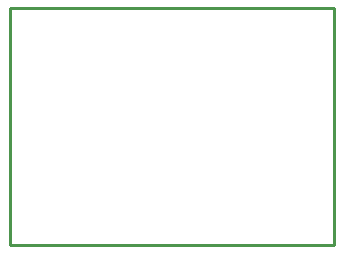
<source format=gko>
G04*
G04 #@! TF.GenerationSoftware,Altium Limited,Altium Designer,19.0.10 (269)*
G04*
G04 Layer_Color=16711935*
%FSLAX44Y44*%
%MOMM*%
G71*
G01*
G75*
%ADD42C,0.2540*%
D42*
X725471Y-201220D02*
Y0D01*
Y-201220D02*
X1000000D01*
X725471Y0D02*
X1000000D01*
Y-201220D02*
Y0D01*
M02*

</source>
